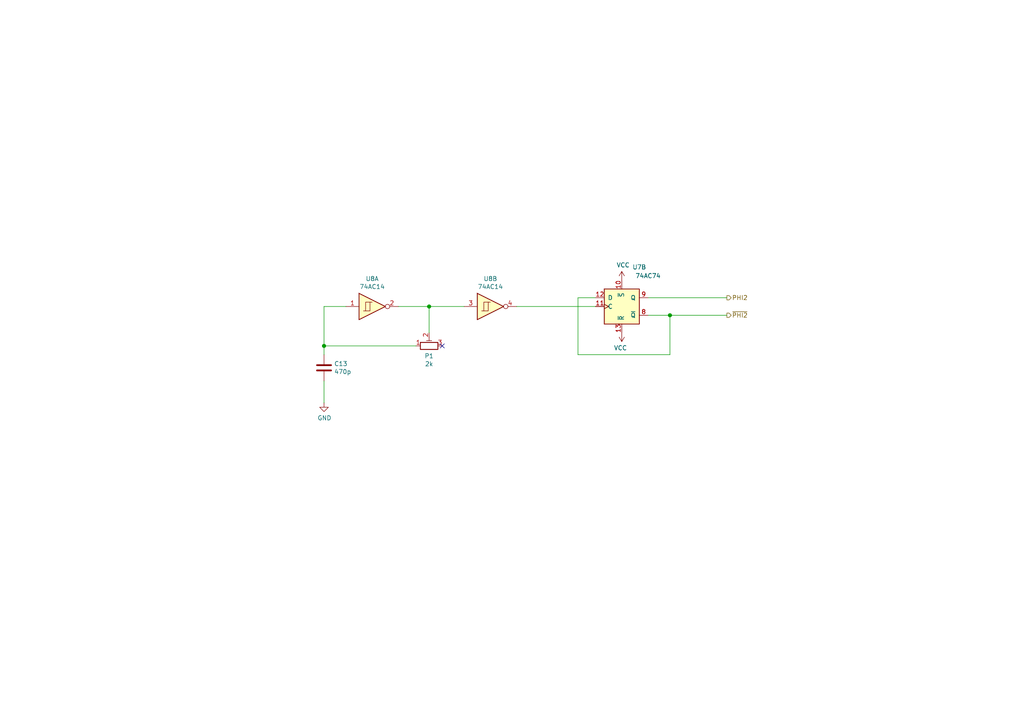
<source format=kicad_sch>
(kicad_sch (version 20211123) (generator eeschema)
  (paper "A4")
  (title_block (title "SBC6526 - Clock Generator") (date "2021-10-01") (rev "2.0") (company "Daniel Molina García"))
  (lib_symbols
    (symbol "74xx:74LS14" (pin_names (offset 1.016))
      (property "Reference" "U" (at 0 1.27 0))
      (property "Value" "74LS14" (at 0 -1.27 0))
      (symbol "74LS14_1_0"
        (polyline (pts (xy -3.81 3.81) (xy -3.81 -3.81) (xy 3.81 0) (xy -3.81 3.81)) (stroke (width 0.254)) (fill (type background)))
        (pin input line (at -7.62 0 0) (length 3.81) (name "~") (number "1"))
        (pin output inverted (at 7.62 0 180) (length 3.81) (name "~") (number "2"))
      )
      (symbol "74LS14_1_1"
        (polyline (pts (xy -1.905 -1.27) (xy -1.905 1.27) (xy -0.635 1.27)))
        (polyline (pts (xy -2.54 -1.27) (xy -0.635 -1.27) (xy -0.635 1.27) (xy 0 1.27)))
      )
      (symbol "74LS14_2_0"
        (polyline (pts (xy -3.81 3.81) (xy -3.81 -3.81) (xy 3.81 0) (xy -3.81 3.81)) (stroke (width 0.254)) (fill (type background)))
        (pin input line (at -7.62 0 0) (length 3.81) (name "~") (number "3"))
        (pin output inverted (at 7.62 0 180) (length 3.81) (name "~") (number "4"))
      )
      (symbol "74LS14_2_1"
        (polyline (pts (xy -1.905 -1.27) (xy -1.905 1.27) (xy -0.635 1.27)))
        (polyline (pts (xy -2.54 -1.27) (xy -0.635 -1.27) (xy -0.635 1.27) (xy 0 1.27)))
      )
      (symbol "74LS14_3_0"
        (polyline (pts (xy -3.81 3.81) (xy -3.81 -3.81) (xy 3.81 0) (xy -3.81 3.81)) (stroke (width 0.254)) (fill (type background)))
        (pin input line (at -7.62 0 0) (length 3.81) (name "~") (number "5"))
        (pin output inverted (at 7.62 0 180) (length 3.81) (name "~") (number "6"))
      )
      (symbol "74LS14_3_1"
        (polyline (pts (xy -1.905 -1.27) (xy -1.905 1.27) (xy -0.635 1.27)))
        (polyline (pts (xy -2.54 -1.27) (xy -0.635 -1.27) (xy -0.635 1.27) (xy 0 1.27)))
      )
      (symbol "74LS14_4_0"
        (polyline (pts (xy -3.81 3.81) (xy -3.81 -3.81) (xy 3.81 0) (xy -3.81 3.81)) (stroke (width 0.254)) (fill (type background)))
        (pin output inverted (at 7.62 0 180) (length 3.81) (name "~") (number "8"))
        (pin input line (at -7.62 0 0) (length 3.81) (name "~") (number "9"))
      )
      (symbol "74LS14_4_1"
        (polyline (pts (xy -1.905 -1.27) (xy -1.905 1.27) (xy -0.635 1.27)))
        (polyline (pts (xy -2.54 -1.27) (xy -0.635 -1.27) (xy -0.635 1.27) (xy 0 1.27)))
      )
      (symbol "74LS14_5_0"
        (polyline (pts (xy -3.81 3.81) (xy -3.81 -3.81) (xy 3.81 0) (xy -3.81 3.81)) (stroke (width 0.254)) (fill (type background)))
        (pin output inverted (at 7.62 0 180) (length 3.81) (name "~") (number "10"))
        (pin input line (at -7.62 0 0) (length 3.81) (name "~") (number "11"))
      )
      (symbol "74LS14_5_1"
        (polyline (pts (xy -1.905 -1.27) (xy -1.905 1.27) (xy -0.635 1.27)))
        (polyline (pts (xy -2.54 -1.27) (xy -0.635 -1.27) (xy -0.635 1.27) (xy 0 1.27)))
      )
      (symbol "74LS14_6_0"
        (polyline (pts (xy -3.81 3.81) (xy -3.81 -3.81) (xy 3.81 0) (xy -3.81 3.81)) (stroke (width 0.254)) (fill (type background)))
        (pin output inverted (at 7.62 0 180) (length 3.81) (name "~") (number "12"))
        (pin input line (at -7.62 0 0) (length 3.81) (name "~") (number "13"))
      )
      (symbol "74LS14_6_1"
        (polyline (pts (xy -1.905 -1.27) (xy -1.905 1.27) (xy -0.635 1.27)))
        (polyline (pts (xy -2.54 -1.27) (xy -0.635 -1.27) (xy -0.635 1.27) (xy 0 1.27)))
      )
      (symbol "74LS14_7_0"
        (pin power_in line (at 0 12.7 270) (length 5.08) (name "VCC") (number "14"))
        (pin power_in line (at 0 -12.7 90) (length 5.08) (name "GND") (number "7"))
      )
      (symbol "74LS14_7_1"
        (rectangle (start -5.08 7.62) (end 5.08 -7.62) (stroke (width 0.254)) (fill (type background)))
      )
    )
    (symbol "74xx:74LS74" (pin_names (offset 1.016))
      (property "Reference" "U" (at -7.62 8.89 0))
      (property "Value" "74LS74" (at -7.62 -8.89 0))
      (symbol "74LS74_1_0"
        (pin input line (at 0 -7.62 90) (length 2.54) (name "~{R}") (number "1"))
        (pin input line (at -7.62 2.54 0) (length 2.54) (name "D") (number "2"))
        (pin input clock (at -7.62 0 0) (length 2.54) (name "C") (number "3"))
        (pin input line (at 0 7.62 270) (length 2.54) (name "~{S}") (number "4"))
        (pin output line (at 7.62 2.54 180) (length 2.54) (name "Q") (number "5"))
        (pin output line (at 7.62 -2.54 180) (length 2.54) (name "~{Q}") (number "6"))
      )
      (symbol "74LS74_1_1"
        (rectangle (start -5.08 5.08) (end 5.08 -5.08) (stroke (width 0.254)) (fill (type background)))
      )
      (symbol "74LS74_2_0"
        (pin input line (at 0 7.62 270) (length 2.54) (name "~{S}") (number "10"))
        (pin input clock (at -7.62 0 0) (length 2.54) (name "C") (number "11"))
        (pin input line (at -7.62 2.54 0) (length 2.54) (name "D") (number "12"))
        (pin input line (at 0 -7.62 90) (length 2.54) (name "~{R}") (number "13"))
        (pin output line (at 7.62 -2.54 180) (length 2.54) (name "~{Q}") (number "8"))
        (pin output line (at 7.62 2.54 180) (length 2.54) (name "Q") (number "9"))
      )
      (symbol "74LS74_2_1"
        (rectangle (start -5.08 5.08) (end 5.08 -5.08) (stroke (width 0.254)) (fill (type background)))
      )
      (symbol "74LS74_3_0"
        (pin power_in line (at 0 10.16 270) (length 2.54) (name "VCC") (number "14"))
        (pin power_in line (at 0 -10.16 90) (length 2.54) (name "GND") (number "7"))
      )
      (symbol "74LS74_3_1"
        (rectangle (start -5.08 7.62) (end 5.08 -7.62) (stroke (width 0.254)) (fill (type background)))
      )
    )
    (symbol "Device:C" (pin_numbers hide) (pin_names (offset 0.254))
      (property "Reference" "C" (at 0.635 2.54 0))
      (property "Value" "C" (at 0.635 -2.54 0))
      (symbol "C_0_1"
        (polyline (pts (xy -2.032 -0.762) (xy 2.032 -0.762)) (stroke (width 0.508)))
        (polyline (pts (xy -2.032 0.762) (xy 2.032 0.762)) (stroke (width 0.508)))
      )
      (symbol "C_1_1"
        (pin passive line (at 0 3.81 270) (length 2.794) (name "~") (number "1"))
        (pin passive line (at 0 -3.81 90) (length 2.794) (name "~") (number "2"))
      )
    )
    (symbol "Device:R_POT_TRIM" (pin_names (offset 1.016) hide)
      (property "Reference" "RV" (at -4.445 0 90))
      (property "Value" "R_POT_TRIM" (at -2.54 0 90))
      (symbol "R_POT_TRIM_0_1"
        (polyline (pts (xy 1.524 0.762) (xy 1.524 -0.762)))
        (polyline (pts (xy 2.54 0) (xy 1.524 0)))
        (rectangle (start 1.016 2.54) (end -1.016 -2.54) (stroke (width 0.254)))
      )
      (symbol "R_POT_TRIM_1_1"
        (pin passive line (at 0 3.81 270) (length 1.27) (name "1") (number "1"))
        (pin passive line (at 3.81 0 180) (length 1.27) (name "2") (number "2"))
        (pin passive line (at 0 -3.81 90) (length 1.27) (name "3") (number "3"))
      )
    )
    (symbol "power:GND" (power) (pin_names (offset 0))
      (property "Value" "GND" (at 0 -3.81 0))
      (symbol "GND_0_1"
        (polyline (pts (xy 0 0) (xy 0 -1.27) (xy 1.27 -1.27) (xy 0 -2.54) (xy -1.27 -1.27) (xy 0 -1.27)))
      )
      (symbol "GND_1_1"
        (pin power_in line (at 0 0 270) (length 0) hide (name "GND") (number "1"))
      )
    )
    (symbol "power:VCC" (power) (pin_names (offset 0))
      (property "Value" "VCC" (at 0 3.81 0))
      (symbol "VCC_0_1"
        (polyline (pts (xy -0.762 1.27) (xy 0 2.54)))
        (polyline (pts (xy 0 0) (xy 0 2.54)))
        (polyline (pts (xy 0 2.54) (xy 0.762 1.27)))
      )
      (symbol "VCC_1_1"
        (pin power_in line (at 0 0 90) (length 0) hide (name "VCC") (number "1"))
      )
    )
  )
  (junction (at 93.98 100.33) (diameter 1.016))
  (junction (at 124.46 88.9) (diameter 1.016))
  (junction (at 194.31 91.44) (diameter 1.016))
  (no_connect (at 128.27 100.33))
  (wire (pts (xy 167.64 86.36) (xy 167.64 102.87)))
  (wire (pts (xy 93.98 110.49) (xy 93.98 116.84)))
  (wire (pts (xy 194.31 102.87) (xy 194.31 91.44)))
  (wire (pts (xy 115.57 88.9) (xy 124.46 88.9)))
  (wire (pts (xy 124.46 88.9) (xy 134.62 88.9)))
  (wire (pts (xy 93.98 88.9) (xy 93.98 100.33)))
  (wire (pts (xy 194.31 91.44) (xy 210.82 91.44)))
  (wire (pts (xy 172.72 86.36) (xy 167.64 86.36)))
  (wire (pts (xy 124.46 96.52) (xy 124.46 88.9)))
  (wire (pts (xy 149.86 88.9) (xy 172.72 88.9)))
  (wire (pts (xy 93.98 100.33) (xy 93.98 102.87)))
  (wire (pts (xy 167.64 102.87) (xy 194.31 102.87)))
  (wire (pts (xy 187.96 91.44) (xy 194.31 91.44)))
  (wire (pts (xy 120.65 100.33) (xy 93.98 100.33)))
  (wire (pts (xy 187.96 86.36) (xy 210.82 86.36)))
  (wire (pts (xy 100.33 88.9) (xy 93.98 88.9)))
  (hierarchical_label "PHI2" (shape output) (at 210.82 86.36 0))
  (hierarchical_label "~{PHI2}" (shape output) (at 210.82 91.44 0))
  (symbol (lib_id "74xx:74LS14") (at 107.95 88.9 0) (unit 1)
    (property "Reference" "U8" (at 107.95 80.8482 0))
    (property "Value" "74AC14" (at 107.95 83.1596 0))
    (property "Footprint" "Package_SO:SOIC-14_3.9x8.7mm_P1.27mm" (effects hide))
    (property "Datasheet" "http://www.ti.com/lit/gpn/sn74LS14" (effects hide))
  )
  (symbol (lib_id "74xx:74LS14") (at 142.24 88.9 0) (unit 2)
    (property "Reference" "U8" (at 142.24 80.8482 0))
    (property "Value" "74AC14" (at 142.24 83.1596 0))
    (property "Footprint" "Package_SO:SOIC-14_3.9x8.7mm_P1.27mm" (effects hide))
    (property "Datasheet" "http://www.ti.com/lit/gpn/sn74LS14" (effects hide))
  )
  (symbol (lib_id "74xx:74LS74") (at 180.34 88.9 0) (unit 2)
    (property "Reference" "U7" (at 185.42 77.47 0))
    (property "Value" "74AC74" (at 187.96 80.01 0))
    (property "Footprint" "Package_SO:SOIC-14_3.9x8.7mm_P1.27mm" (effects hide))
    (property "Datasheet" "74xx/74hc_hct74.pdf" (effects hide))
  )
  (symbol (lib_id "Device:C") (at 93.98 106.68 0) (unit 1)
    (property "Reference" "C13" (at 96.901 105.5116 0) (effects (justify left)))
    (property "Value" "470p" (at 96.901 107.823 0) (effects (justify left)))
    (property "Footprint" "Capacitor_SMD:C_0805_2012Metric_Pad1.18x1.45mm_HandSolder" (effects hide))
  )
  (symbol (lib_id "Device:R_POT_TRIM") (at 124.46 100.33 90) (unit 1)
    (property "Reference" "P1" (at 124.46 103.251 90))
    (property "Value" "2k" (at 124.46 105.5624 90))
    (property "Footprint" "Potentiometer_THT:Potentiometer_Bourns_3296W_Vertical" (effects hide))
  )
  (symbol (lib_id "power:GND") (at 93.98 116.84 0) (unit 1)
    (property "Reference" "#PWR0101" (effects hide))
    (property "Value" "GND" (at 94.107 121.2342 0))
  )
  (symbol (lib_id "power:VCC") (at 180.34 81.28 0) (unit 1)
    (property "Reference" "#PWR0102" (effects hide))
    (property "Value" "VCC" (at 180.721 76.8858 0))
  )
  (symbol (lib_id "power:VCC") (at 180.34 96.52 180) (unit 1)
    (property "Reference" "#PWR0103" (effects hide))
    (property "Value" "VCC" (at 179.959 100.9142 0))
  )
)
</source>
